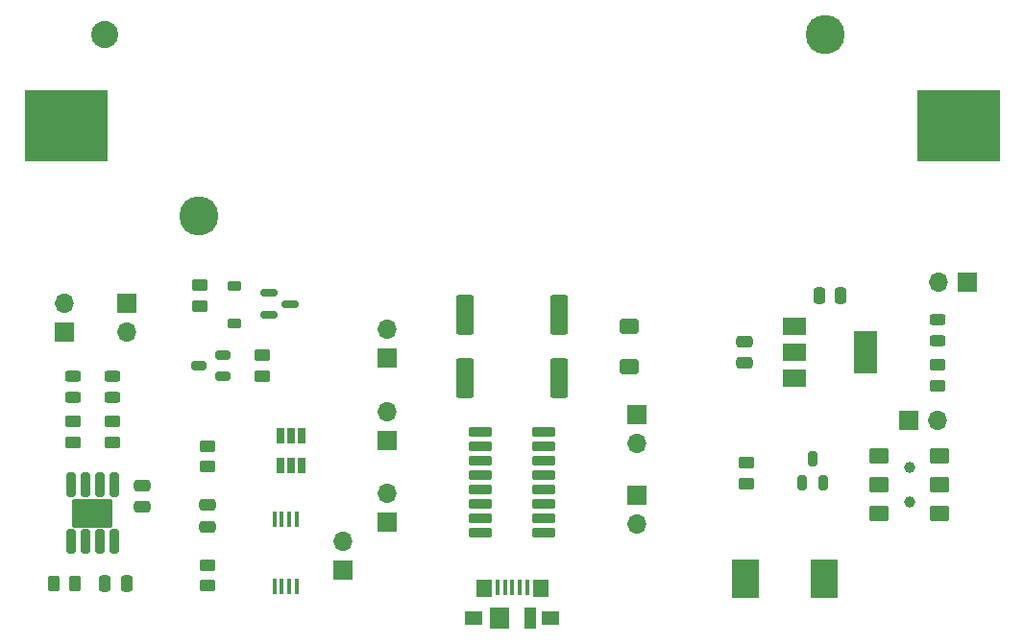
<source format=gbr>
%TF.GenerationSoftware,KiCad,Pcbnew,7.0.7*%
%TF.CreationDate,2024-01-15T16:46:33-03:00*%
%TF.ProjectId,PCB_MAQUEEN_V1,5043425f-4d41-4515-9545-454e5f56312e,rev?*%
%TF.SameCoordinates,Original*%
%TF.FileFunction,Soldermask,Top*%
%TF.FilePolarity,Negative*%
%FSLAX46Y46*%
G04 Gerber Fmt 4.6, Leading zero omitted, Abs format (unit mm)*
G04 Created by KiCad (PCBNEW 7.0.7) date 2024-01-15 16:46:33*
%MOMM*%
%LPD*%
G01*
G04 APERTURE LIST*
G04 Aperture macros list*
%AMRoundRect*
0 Rectangle with rounded corners*
0 $1 Rounding radius*
0 $2 $3 $4 $5 $6 $7 $8 $9 X,Y pos of 4 corners*
0 Add a 4 corners polygon primitive as box body*
4,1,4,$2,$3,$4,$5,$6,$7,$8,$9,$2,$3,0*
0 Add four circle primitives for the rounded corners*
1,1,$1+$1,$2,$3*
1,1,$1+$1,$4,$5*
1,1,$1+$1,$6,$7*
1,1,$1+$1,$8,$9*
0 Add four rect primitives between the rounded corners*
20,1,$1+$1,$2,$3,$4,$5,0*
20,1,$1+$1,$4,$5,$6,$7,0*
20,1,$1+$1,$6,$7,$8,$9,0*
20,1,$1+$1,$8,$9,$2,$3,0*%
G04 Aperture macros list end*
%ADD10RoundRect,0.243750X0.456250X-0.243750X0.456250X0.243750X-0.456250X0.243750X-0.456250X-0.243750X0*%
%ADD11R,1.700000X1.700000*%
%ADD12O,1.700000X1.700000*%
%ADD13RoundRect,0.102000X-0.275000X-0.600000X0.275000X-0.600000X0.275000X0.600000X-0.275000X0.600000X0*%
%ADD14RoundRect,0.250000X-0.450000X0.262500X-0.450000X-0.262500X0.450000X-0.262500X0.450000X0.262500X0*%
%ADD15RoundRect,0.250000X-0.262500X-0.450000X0.262500X-0.450000X0.262500X0.450000X-0.262500X0.450000X0*%
%ADD16RoundRect,0.250000X-0.475000X0.250000X-0.475000X-0.250000X0.475000X-0.250000X0.475000X0.250000X0*%
%ADD17RoundRect,0.225000X-0.375000X0.225000X-0.375000X-0.225000X0.375000X-0.225000X0.375000X0.225000X0*%
%ADD18RoundRect,0.250000X0.450000X-0.262500X0.450000X0.262500X-0.450000X0.262500X-0.450000X-0.262500X0*%
%ADD19RoundRect,0.250000X-0.600000X0.400000X-0.600000X-0.400000X0.600000X-0.400000X0.600000X0.400000X0*%
%ADD20RoundRect,0.250000X0.475000X-0.250000X0.475000X0.250000X-0.475000X0.250000X-0.475000X-0.250000X0*%
%ADD21RoundRect,0.150800X0.256200X-0.496200X0.256200X0.496200X-0.256200X0.496200X-0.256200X-0.496200X0*%
%ADD22R,0.450000X1.380000*%
%ADD23R,1.650000X1.300000*%
%ADD24R,1.425000X1.550000*%
%ADD25R,1.800000X1.900000*%
%ADD26R,1.000000X1.900000*%
%ADD27RoundRect,0.250000X-0.550000X1.500000X-0.550000X-1.500000X0.550000X-1.500000X0.550000X1.500000X0*%
%ADD28RoundRect,0.143300X-0.908700X-0.253700X0.908700X-0.253700X0.908700X0.253700X-0.908700X0.253700X0*%
%ADD29RoundRect,0.150800X0.496200X0.256200X-0.496200X0.256200X-0.496200X-0.256200X0.496200X-0.256200X0*%
%ADD30RoundRect,0.144000X0.258000X-0.943000X0.258000X0.943000X-0.258000X0.943000X-0.258000X-0.943000X0*%
%ADD31RoundRect,0.102000X1.651000X-1.206500X1.651000X1.206500X-1.651000X1.206500X-1.651000X-1.206500X0*%
%ADD32RoundRect,0.150000X-0.587500X-0.150000X0.587500X-0.150000X0.587500X0.150000X-0.587500X0.150000X0*%
%ADD33RoundRect,0.250000X0.250000X0.475000X-0.250000X0.475000X-0.250000X-0.475000X0.250000X-0.475000X0*%
%ADD34RoundRect,0.102000X-1.125000X-1.590000X1.125000X-1.590000X1.125000X1.590000X-1.125000X1.590000X0*%
%ADD35RoundRect,0.102000X1.125000X1.590000X-1.125000X1.590000X-1.125000X-1.590000X1.125000X-1.590000X0*%
%ADD36R,2.000000X1.500000*%
%ADD37R,2.000000X3.800000*%
%ADD38C,2.390000*%
%ADD39C,3.450000*%
%ADD40R,7.340000X6.350000*%
%ADD41C,1.000000*%
%ADD42RoundRect,0.102000X-0.750000X-0.550000X0.750000X-0.550000X0.750000X0.550000X-0.750000X0.550000X0*%
%ADD43R,0.450000X1.475000*%
G04 APERTURE END LIST*
D10*
%TO.C,D4*%
X217500000Y-94000000D03*
X217500000Y-92125000D03*
%TD*%
D11*
%TO.C,J2*%
X169000000Y-95500000D03*
D12*
X169000000Y-92960000D03*
%TD*%
D13*
%TO.C,U1*%
X159550000Y-105000000D03*
X160500000Y-105000000D03*
X161450000Y-105000000D03*
X161450000Y-102400000D03*
X160500000Y-102400000D03*
X159550000Y-102400000D03*
%TD*%
D14*
%TO.C,R1*%
X153100000Y-103297500D03*
X153100000Y-105122500D03*
%TD*%
D15*
%TO.C,R3*%
X139587500Y-115460000D03*
X141412500Y-115460000D03*
%TD*%
D16*
%TO.C,C2*%
X147400000Y-106770000D03*
X147400000Y-108670000D03*
%TD*%
D11*
%TO.C,J7*%
X165100000Y-114200000D03*
D12*
X165100000Y-111660000D03*
%TD*%
D14*
%TO.C,R7*%
X217500000Y-96150000D03*
X217500000Y-97975000D03*
%TD*%
D17*
%TO.C,D6*%
X155500000Y-89135000D03*
X155500000Y-92435000D03*
%TD*%
D18*
%TO.C,R5*%
X144750000Y-102975000D03*
X144750000Y-101150000D03*
%TD*%
D11*
%TO.C,J3*%
X191000000Y-100500000D03*
D12*
X191000000Y-103040000D03*
%TD*%
D14*
%TO.C,R2*%
X153100000Y-113797500D03*
X153100000Y-115622500D03*
%TD*%
D10*
%TO.C,D2*%
X144750000Y-99000000D03*
X144750000Y-97125000D03*
%TD*%
D19*
%TO.C,D5*%
X190300000Y-92750000D03*
X190300000Y-96250000D03*
%TD*%
D20*
%TO.C,C3*%
X153100000Y-110410000D03*
X153100000Y-108510000D03*
%TD*%
D11*
%TO.C,J6*%
X169000000Y-110040000D03*
D12*
X169000000Y-107500000D03*
%TD*%
D11*
%TO.C,J4*%
X169000000Y-102770000D03*
D12*
X169000000Y-100230000D03*
%TD*%
D14*
%TO.C,R8*%
X158000000Y-95287500D03*
X158000000Y-97112500D03*
%TD*%
D21*
%TO.C,Q2*%
X205585000Y-106570000D03*
X207415000Y-106570000D03*
X206500000Y-104430000D03*
%TD*%
D22*
%TO.C,J1*%
X178700000Y-115790000D03*
X179350000Y-115790000D03*
X180000000Y-115790000D03*
X180650000Y-115790000D03*
X181300000Y-115790000D03*
D23*
X176625000Y-118450000D03*
D24*
X177512500Y-115875000D03*
D25*
X178850000Y-118450000D03*
D26*
X181550000Y-118450000D03*
D24*
X182487500Y-115875000D03*
D23*
X183375000Y-118450000D03*
%TD*%
D27*
%TO.C,C7*%
X175850000Y-91700000D03*
X175850000Y-97300000D03*
%TD*%
D28*
%TO.C,U4*%
X177200000Y-102055000D03*
X177200000Y-103325000D03*
X177200000Y-104595000D03*
X177200000Y-105865000D03*
X177200000Y-107135000D03*
X177200000Y-108405000D03*
X177200000Y-109675000D03*
X177200000Y-110945000D03*
X182800000Y-110945000D03*
X182800000Y-109675000D03*
X182800000Y-108405000D03*
X182800000Y-107135000D03*
X182800000Y-105865000D03*
X182800000Y-104595000D03*
X182800000Y-103325000D03*
X182800000Y-102055000D03*
%TD*%
D20*
%TO.C,C4*%
X200500000Y-95950000D03*
X200500000Y-94050000D03*
%TD*%
D29*
%TO.C,Q3*%
X154500000Y-97115000D03*
X154500000Y-95285000D03*
X152360000Y-96200000D03*
%TD*%
D18*
%TO.C,R4*%
X141250000Y-102975000D03*
X141250000Y-101150000D03*
%TD*%
D30*
%TO.C,U2*%
X141095000Y-111685000D03*
X142365000Y-111685000D03*
X143635000Y-111685000D03*
X144905000Y-111685000D03*
X144905000Y-106735000D03*
X143635000Y-106735000D03*
X142365000Y-106735000D03*
X141095000Y-106735000D03*
D31*
X143000000Y-109210000D03*
%TD*%
D18*
%TO.C,R9*%
X152500000Y-90947500D03*
X152500000Y-89122500D03*
%TD*%
D10*
%TO.C,D1*%
X141250000Y-99000000D03*
X141250000Y-97125000D03*
%TD*%
D11*
%TO.C,J11*%
X140500000Y-93275000D03*
D12*
X140500000Y-90735000D03*
%TD*%
D27*
%TO.C,C6*%
X184150000Y-91700000D03*
X184150000Y-97300000D03*
%TD*%
D32*
%TO.C,Q4*%
X158562500Y-89800000D03*
X158562500Y-91700000D03*
X160437500Y-90750000D03*
%TD*%
D33*
%TO.C,C5*%
X208950000Y-90000000D03*
X207050000Y-90000000D03*
%TD*%
D18*
%TO.C,R6*%
X200650000Y-106612500D03*
X200650000Y-104787500D03*
%TD*%
D34*
%TO.C,D3*%
X200545000Y-115000000D03*
D35*
X207455000Y-115000000D03*
%TD*%
D36*
%TO.C,U3*%
X204850000Y-92700000D03*
X204850000Y-95000000D03*
D37*
X211150000Y-95000000D03*
D36*
X204850000Y-97300000D03*
%TD*%
D38*
%TO.C,BT1*%
X144070000Y-67000000D03*
D39*
X152400000Y-83000000D03*
X207600000Y-67000000D03*
D40*
X140670000Y-75000000D03*
X219330000Y-75000000D03*
%TD*%
D11*
%TO.C,J5*%
X191000000Y-107595000D03*
D12*
X191000000Y-110135000D03*
%TD*%
D11*
%TO.C,J10*%
X220075000Y-88800000D03*
D12*
X217535000Y-88800000D03*
%TD*%
D33*
%TO.C,C1*%
X146000000Y-115460000D03*
X144100000Y-115460000D03*
%TD*%
D41*
%TO.C,SW1*%
X215000000Y-105200000D03*
X215000000Y-108200000D03*
D42*
X217650000Y-104200000D03*
X217650000Y-106700000D03*
X217650000Y-109200000D03*
X212350000Y-104200000D03*
X212350000Y-106700000D03*
X212350000Y-109200000D03*
%TD*%
D11*
%TO.C,J8*%
X214925000Y-101000000D03*
D12*
X217465000Y-101000000D03*
%TD*%
D11*
%TO.C,J9*%
X146000000Y-90725000D03*
D12*
X146000000Y-93265000D03*
%TD*%
D43*
%TO.C,Q1*%
X160975000Y-109762000D03*
X160325000Y-109762000D03*
X159675000Y-109762000D03*
X159025000Y-109762000D03*
X159025000Y-115638000D03*
X159675000Y-115638000D03*
X160325000Y-115638000D03*
X160975000Y-115638000D03*
%TD*%
M02*

</source>
